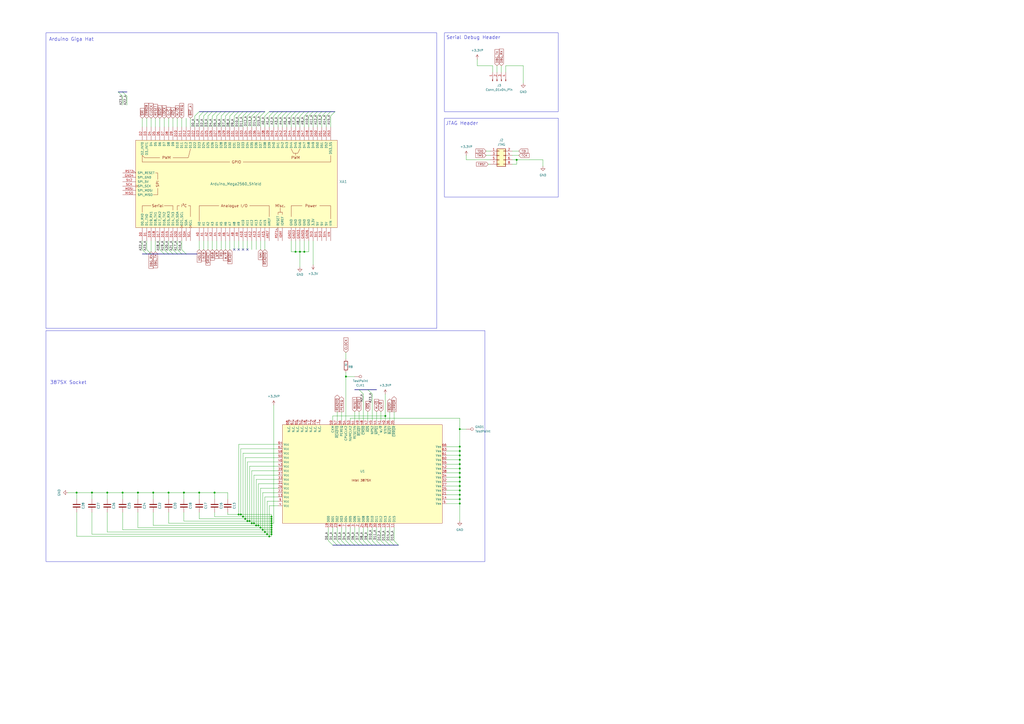
<source format=kicad_sch>
(kicad_sch (version 20250114) (generator "eeschema") (generator_version "9.0")
  (paper "A2")
  (title_block (title "Arduino80386EX + 387SX") (date "2023-01-18") (rev "2"))
  (rectangle (start 26.67 19.05) (end 253.365 190.5))
  (rectangle (start 257.81 68.58) (end 323.85 114.3))
  (rectangle (start 26.67 191.77) (end 281.305 325.755))
  (rectangle (start 257.81 19.05) (end 323.85 64.77))
  (text "JTAG Header" (at 267.97 71.628 0) (effects (font (size 2 2))))
  (text "Serial Debug Header" (at 274.574 21.844 0) (effects (font (size 2 2))))
  (text "387SX Socket" (at 39.624 221.996 0) (effects (font (size 2 2))))
  (text "Arduino Giga Hat" (at 41.402 22.86 0) (effects (font (size 2 2))))
  (junction (at 266.7 274.32))
  (junction (at 146.05 303.53))
  (junction (at 157.48 307.34))
  (junction (at 148.59 304.8))
  (junction (at 266.7 281.94))
  (junction (at 142.24 300.99))
  (junction (at 106.68 285.75))
  (junction (at 266.7 248.92))
  (junction (at 266.7 271.78))
  (junction (at 266.7 266.7))
  (junction (at 152.4 307.34))
  (junction (at 71.12 285.75))
  (junction (at 266.7 259.08))
  (junction (at 266.7 287.02))
  (junction (at 140.97 299.72))
  (junction (at 266.7 279.4))
  (junction (at 266.7 289.56))
  (junction (at 80.01 285.75))
  (junction (at 173.99 146.05))
  (junction (at 53.34 285.75))
  (junction (at 157.48 302.26))
  (junction (at 154.94 309.88))
  (junction (at 157.48 299.72))
  (junction (at 266.7 261.62))
  (junction (at 156.21 311.15))
  (junction (at 62.23 285.75))
  (junction (at 171.45 146.05))
  (junction (at 266.7 269.24))
  (junction (at 176.53 146.05))
  (junction (at 299.72 92.71))
  (junction (at 151.13 306.07))
  (junction (at 97.79 285.75))
  (junction (at 44.45 285.75))
  (junction (at 157.48 306.07))
  (junction (at 147.32 303.53))
  (junction (at 223.52 241.3))
  (junction (at 200.66 218.44))
  (junction (at 139.7 298.45))
  (junction (at 143.51 302.26))
  (junction (at 157.48 303.53))
  (junction (at 157.48 308.61))
  (junction (at 266.7 264.16))
  (junction (at 266.7 284.48))
  (junction (at 149.86 304.8))
  (junction (at 266.7 276.86))
  (junction (at 157.48 309.88))
  (junction (at 157.48 304.8))
  (junction (at 153.67 308.61))
  (junction (at 124.46 285.75))
  (junction (at 88.9 285.75))
  (junction (at 144.78 302.26))
  (junction (at 157.48 300.99))
  (junction (at 138.43 298.45))
  (junction (at 266.7 292.1))
  (junction (at 115.57 285.75))
  (no_connect (at 143.51 144.78))
  (no_connect (at 140.97 144.78))
  (no_connect (at 135.89 144.78))
  (no_connect (at 138.43 144.78))
  (bus_entry (at 218.44 313.69) (size 2.54 2.54))
  (bus_entry (at 208.28 226.06) (size 2.54 2.54))
  (bus_entry (at 85.09 144.78) (size 2.54 2.54))
  (bus_entry (at 135.89 64.77) (size -2.54 2.54))
  (bus_entry (at 189.23 67.31) (size 2.54 -2.54))
  (bus_entry (at 215.9 316.23) (size -2.54 -2.54))
  (bus_entry (at 220.98 313.69) (size 2.54 2.54))
  (bus_entry (at 133.35 64.77) (size -2.54 2.54))
  (bus_entry (at 100.33 144.78) (size 2.54 2.54))
  (bus_entry (at 215.9 228.6) (size -2.54 -2.54))
  (bus_entry (at 226.06 313.69) (size 2.54 2.54))
  (bus_entry (at 231.14 316.23) (size -2.54 -2.54))
  (bus_entry (at 143.51 64.77) (size -2.54 2.54))
  (bus_entry (at 184.15 67.31) (size 2.54 -2.54))
  (bus_entry (at 181.61 67.31) (size 2.54 -2.54))
  (bus_entry (at 166.37 67.31) (size 2.54 -2.54))
  (bus_entry (at 153.67 64.77) (size -2.54 2.54))
  (bus_entry (at 168.91 67.31) (size 2.54 -2.54))
  (bus_entry (at 148.59 64.77) (size -2.54 2.54))
  (bus_entry (at 146.05 64.77) (size -2.54 2.54))
  (bus_entry (at 92.71 144.78) (size 2.54 2.54))
  (bus_entry (at 210.82 316.23) (size -2.54 -2.54))
  (bus_entry (at 102.87 144.78) (size 2.54 2.54))
  (bus_entry (at 213.36 316.23) (size -2.54 -2.54))
  (bus_entry (at 208.28 316.23) (size -2.54 -2.54))
  (bus_entry (at 105.41 144.78) (size 2.54 2.54))
  (bus_entry (at 128.27 64.77) (size -2.54 2.54))
  (bus_entry (at 179.07 67.31) (size 2.54 -2.54))
  (bus_entry (at 97.79 144.78) (size 2.54 2.54))
  (bus_entry (at 130.81 64.77) (size -2.54 2.54))
  (bus_entry (at 82.55 144.78) (size 2.54 2.54))
  (bus_entry (at 200.66 316.23) (size -2.54 -2.54))
  (bus_entry (at 120.65 67.31) (size 2.54 -2.54))
  (bus_entry (at 151.13 64.77) (size -2.54 2.54))
  (bus_entry (at 191.77 67.31) (size 2.54 -2.54))
  (bus_entry (at 193.04 316.23) (size -2.54 -2.54))
  (bus_entry (at 163.83 64.77) (size -2.54 2.54))
  (bus_entry (at 226.06 316.23) (size -2.54 -2.54))
  (bus_entry (at 166.37 64.77) (size -2.54 2.54))
  (bus_entry (at 205.74 316.23) (size -2.54 -2.54))
  (bus_entry (at 176.53 67.31) (size 2.54 -2.54))
  (bus_entry (at 73.66 55.88) (size -2.54 -2.54))
  (bus_entry (at 95.25 144.78) (size 2.54 2.54))
  (bus_entry (at 71.12 55.88) (size -2.54 -2.54))
  (bus_entry (at 198.12 316.23) (size -2.54 -2.54))
  (bus_entry (at 186.69 67.31) (size 2.54 -2.54))
  (bus_entry (at 156.21 64.77) (size -2.54 2.54))
  (bus_entry (at 173.99 67.31) (size 2.54 -2.54))
  (bus_entry (at 125.73 64.77) (size -2.54 2.54))
  (bus_entry (at 115.57 67.31) (size 2.54 -2.54))
  (bus_entry (at 140.97 64.77) (size -2.54 2.54))
  (bus_entry (at 138.43 64.77) (size -2.54 2.54))
  (bus_entry (at 161.29 64.77) (size -2.54 2.54))
  (bus_entry (at 218.44 316.23) (size -2.54 -2.54))
  (bus_entry (at 195.58 316.23) (size -2.54 -2.54))
  (bus_entry (at 115.57 64.77) (size -2.54 2.54))
  (bus_entry (at 171.45 67.31) (size 2.54 -2.54))
  (bus_entry (at 158.75 64.77) (size -2.54 2.54))
  (bus_entry (at 203.2 316.23) (size -2.54 -2.54))
  (bus_entry (at 118.11 67.31) (size 2.54 -2.54))
  (wire (pts (xy 203.2 306.07) (xy 203.2 313.69)))
  (wire (pts (xy 205.74 306.07) (xy 205.74 313.69)))
  (wire (pts (xy 297.18 87.63) (xy 300.99 87.63)))
  (bus (pts (xy 213.36 226.06) (xy 218.44 226.06)))
  (wire (pts (xy 102.87 68.58) (xy 102.87 73.66)))
  (wire (pts (xy 44.45 297.18) (xy 44.45 311.15)))
  (bus (pts (xy 226.06 316.23) (xy 228.6 316.23)))
  (wire (pts (xy 161.29 293.37) (xy 156.21 293.37)))
  (wire (pts (xy 156.21 67.31) (xy 156.21 73.66)))
  (wire (pts (xy 156.21 311.15) (xy 157.48 311.15)))
  (wire (pts (xy 157.48 311.15) (xy 157.48 309.88)))
  (wire (pts (xy 259.08 281.94) (xy 266.7 281.94)))
  (wire (pts (xy 179.07 67.31) (xy 179.07 73.66)))
  (bus (pts (xy 102.87 147.32) (xy 105.41 147.32)))
  (wire (pts (xy 303.53 38.1) (xy 303.53 48.26)))
  (wire (pts (xy 259.08 264.16) (xy 266.7 264.16)))
  (bus (pts (xy 228.6 316.23) (xy 231.14 316.23)))
  (wire (pts (xy 205.74 218.44) (xy 200.66 218.44)))
  (wire (pts (xy 163.83 67.31) (xy 163.83 73.66)))
  (wire (pts (xy 135.89 67.31) (xy 135.89 73.66)))
  (wire (pts (xy 213.36 238.76) (xy 213.36 243.84)))
  (wire (pts (xy 135.89 139.7) (xy 135.89 144.78)))
  (wire (pts (xy 125.73 139.7) (xy 125.73 144.78)))
  (bus (pts (xy 203.2 316.23) (xy 205.74 316.23)))
  (wire (pts (xy 87.63 139.7) (xy 87.63 146.05)))
  (wire (pts (xy 293.37 38.1) (xy 303.53 38.1)))
  (wire (pts (xy 139.7 298.45) (xy 157.48 298.45)))
  (wire (pts (xy 161.29 270.51) (xy 144.78 270.51)))
  (wire (pts (xy 270.51 92.71) (xy 284.48 92.71)))
  (wire (pts (xy 132.08 285.75) (xy 132.08 289.56)))
  (wire (pts (xy 157.48 308.61) (xy 157.48 307.34)))
  (wire (pts (xy 223.52 228.6) (xy 223.52 241.3)))
  (bus (pts (xy 146.05 64.77) (xy 143.51 64.77)))
  (bus (pts (xy 140.97 64.77) (xy 138.43 64.77)))
  (wire (pts (xy 118.11 67.31) (xy 118.11 73.66)))
  (wire (pts (xy 193.04 241.3) (xy 223.52 241.3)))
  (wire (pts (xy 140.97 139.7) (xy 140.97 144.78)))
  (bus (pts (xy 105.41 147.32) (xy 107.95 147.32)))
  (bus (pts (xy 226.06 316.23) (xy 223.52 316.23)))
  (wire (pts (xy 85.09 144.78) (xy 85.09 139.7)))
  (bus (pts (xy 163.83 64.77) (xy 161.29 64.77)))
  (wire (pts (xy 281.94 90.17) (xy 284.48 90.17)))
  (wire (pts (xy 266.7 261.62) (xy 266.7 264.16)))
  (wire (pts (xy 266.7 284.48) (xy 266.7 287.02)))
  (wire (pts (xy 149.86 280.67) (xy 149.86 304.8)))
  (wire (pts (xy 266.7 292.1) (xy 266.7 302.26)))
  (wire (pts (xy 71.12 285.75) (xy 62.23 285.75)))
  (wire (pts (xy 133.35 67.31) (xy 133.35 73.66)))
  (wire (pts (xy 157.48 309.88) (xy 157.48 308.61)))
  (wire (pts (xy 168.91 146.05) (xy 171.45 146.05)))
  (bus (pts (xy 148.59 64.77) (xy 146.05 64.77)))
  (bus (pts (xy 133.35 64.77) (xy 130.81 64.77)))
  (wire (pts (xy 297.18 92.71) (xy 299.72 92.71)))
  (wire (pts (xy 168.91 139.7) (xy 168.91 146.05)))
  (wire (pts (xy 297.18 95.25) (xy 299.72 95.25)))
  (wire (pts (xy 92.71 68.58) (xy 92.71 73.66)))
  (wire (pts (xy 62.23 297.18) (xy 62.23 308.61)))
  (wire (pts (xy 148.59 67.31) (xy 148.59 73.66)))
  (wire (pts (xy 106.68 302.26) (xy 143.51 302.26)))
  (bus (pts (xy 195.58 316.23) (xy 198.12 316.23)))
  (wire (pts (xy 195.58 306.07) (xy 195.58 313.69)))
  (wire (pts (xy 215.9 306.07) (xy 215.9 313.69)))
  (bus (pts (xy 87.63 147.32) (xy 95.25 147.32)))
  (wire (pts (xy 259.08 259.08) (xy 266.7 259.08)))
  (wire (pts (xy 259.08 276.86) (xy 266.7 276.86)))
  (wire (pts (xy 259.08 284.48) (xy 266.7 284.48)))
  (wire (pts (xy 88.9 297.18) (xy 88.9 304.8)))
  (bus (pts (xy 191.77 64.77) (xy 189.23 64.77)))
  (wire (pts (xy 115.57 285.75) (xy 106.68 285.75)))
  (wire (pts (xy 213.36 306.07) (xy 213.36 313.69)))
  (wire (pts (xy 95.25 68.58) (xy 95.25 73.66)))
  (wire (pts (xy 191.77 67.31) (xy 191.77 73.66)))
  (wire (pts (xy 259.08 292.1) (xy 266.7 292.1)))
  (wire (pts (xy 190.5 306.07) (xy 190.5 313.69)))
  (wire (pts (xy 140.97 299.72) (xy 157.48 299.72)))
  (wire (pts (xy 171.45 146.05) (xy 173.99 146.05)))
  (wire (pts (xy 266.7 279.4) (xy 266.7 281.94)))
  (wire (pts (xy 176.53 67.31) (xy 176.53 73.66)))
  (wire (pts (xy 161.29 267.97) (xy 143.51 267.97)))
  (wire (pts (xy 138.43 257.81) (xy 138.43 298.45)))
  (wire (pts (xy 208.28 238.76) (xy 208.28 243.84)))
  (wire (pts (xy 140.97 67.31) (xy 140.97 73.66)))
  (wire (pts (xy 53.34 285.75) (xy 44.45 285.75)))
  (wire (pts (xy 73.66 55.88) (xy 73.66 60.96)))
  (bus (pts (xy 161.29 64.77) (xy 158.75 64.77)))
  (wire (pts (xy 97.79 144.78) (xy 97.79 139.7)))
  (bus (pts (xy 213.36 316.23) (xy 215.9 316.23)))
  (bus (pts (xy 200.66 316.23) (xy 203.2 316.23)))
  (wire (pts (xy 88.9 285.75) (xy 88.9 289.56)))
  (wire (pts (xy 154.94 290.83) (xy 154.94 309.88)))
  (wire (pts (xy 107.95 68.58) (xy 107.95 73.66)))
  (wire (pts (xy 90.17 68.58) (xy 90.17 73.66)))
  (wire (pts (xy 100.33 68.58) (xy 100.33 73.66)))
  (wire (pts (xy 139.7 260.35) (xy 139.7 298.45)))
  (wire (pts (xy 171.45 139.7) (xy 171.45 146.05)))
  (wire (pts (xy 105.41 144.78) (xy 105.41 139.7)))
  (wire (pts (xy 176.53 139.7) (xy 176.53 146.05)))
  (wire (pts (xy 82.55 68.58) (xy 82.55 73.66)))
  (wire (pts (xy 100.33 144.78) (xy 100.33 139.7)))
  (wire (pts (xy 44.45 285.75) (xy 39.37 285.75)))
  (bus (pts (xy 120.65 64.77) (xy 118.11 64.77)))
  (wire (pts (xy 118.11 139.7) (xy 118.11 144.78)))
  (bus (pts (xy 173.99 64.77) (xy 171.45 64.77)))
  (wire (pts (xy 132.08 298.45) (xy 138.43 298.45)))
  (bus (pts (xy 176.53 64.77) (xy 173.99 64.77)))
  (wire (pts (xy 151.13 139.7) (xy 151.13 144.78)))
  (wire (pts (xy 259.08 269.24) (xy 266.7 269.24)))
  (wire (pts (xy 193.04 241.3) (xy 193.04 243.84)))
  (wire (pts (xy 157.48 303.53) (xy 157.48 304.8)))
  (wire (pts (xy 266.7 271.78) (xy 266.7 274.32)))
  (wire (pts (xy 143.51 267.97) (xy 143.51 302.26)))
  (wire (pts (xy 151.13 283.21) (xy 151.13 306.07)))
  (wire (pts (xy 215.9 228.6) (xy 215.9 243.84)))
  (bus (pts (xy 179.07 64.77) (xy 176.53 64.77)))
  (wire (pts (xy 53.34 297.18) (xy 53.34 309.88)))
  (wire (pts (xy 97.79 285.75) (xy 97.79 289.56)))
  (wire (pts (xy 161.29 260.35) (xy 139.7 260.35)))
  (bus (pts (xy 130.81 64.77) (xy 128.27 64.77)))
  (bus (pts (xy 193.04 316.23) (xy 195.58 316.23)))
  (wire (pts (xy 102.87 144.78) (xy 102.87 139.7)))
  (wire (pts (xy 44.45 311.15) (xy 156.21 311.15)))
  (wire (pts (xy 259.08 279.4) (xy 266.7 279.4)))
  (wire (pts (xy 223.52 306.07) (xy 223.52 313.69)))
  (wire (pts (xy 218.44 238.76) (xy 218.44 243.84)))
  (bus (pts (xy 95.25 147.32) (xy 97.79 147.32)))
  (bus (pts (xy 171.45 64.77) (xy 168.91 64.77)))
  (wire (pts (xy 138.43 67.31) (xy 138.43 73.66)))
  (wire (pts (xy 200.66 306.07) (xy 200.66 313.69)))
  (wire (pts (xy 128.27 139.7) (xy 128.27 144.78)))
  (wire (pts (xy 80.01 297.18) (xy 80.01 306.07)))
  (wire (pts (xy 62.23 285.75) (xy 53.34 285.75)))
  (wire (pts (xy 161.29 280.67) (xy 149.86 280.67)))
  (wire (pts (xy 259.08 274.32) (xy 266.7 274.32)))
  (wire (pts (xy 90.17 139.7) (xy 90.17 146.05)))
  (wire (pts (xy 161.29 273.05) (xy 146.05 273.05)))
  (wire (pts (xy 110.49 68.58) (xy 110.49 73.66)))
  (wire (pts (xy 266.7 276.86) (xy 266.7 279.4)))
  (bus (pts (xy 151.13 64.77) (xy 148.59 64.77)))
  (wire (pts (xy 266.7 287.02) (xy 266.7 289.56)))
  (wire (pts (xy 203.2 242.57) (xy 203.2 243.84)))
  (wire (pts (xy 132.08 297.18) (xy 132.08 298.45)))
  (wire (pts (xy 171.45 67.31) (xy 171.45 73.66)))
  (wire (pts (xy 157.48 307.34) (xy 157.48 306.07)))
  (wire (pts (xy 146.05 303.53) (xy 147.32 303.53)))
  (wire (pts (xy 200.66 218.44) (xy 200.66 215.9)))
  (wire (pts (xy 161.29 283.21) (xy 151.13 283.21)))
  (wire (pts (xy 283.21 95.25) (xy 284.48 95.25)))
  (wire (pts (xy 146.05 67.31) (xy 146.05 73.66)))
  (bus (pts (xy 153.67 64.77) (xy 151.13 64.77)))
  (wire (pts (xy 220.98 306.07) (xy 220.98 313.69)))
  (wire (pts (xy 97.79 303.53) (xy 146.05 303.53)))
  (wire (pts (xy 266.7 266.7) (xy 266.7 269.24)))
  (wire (pts (xy 153.67 288.29) (xy 153.67 308.61)))
  (wire (pts (xy 157.48 302.26) (xy 157.48 303.53)))
  (wire (pts (xy 297.18 90.17) (xy 300.99 90.17)))
  (wire (pts (xy 266.7 289.56) (xy 266.7 292.1)))
  (bus (pts (xy 208.28 226.06) (xy 213.36 226.06)))
  (wire (pts (xy 80.01 285.75) (xy 88.9 285.75)))
  (wire (pts (xy 314.96 92.71) (xy 314.96 96.52)))
  (bus (pts (xy 218.44 316.23) (xy 220.98 316.23)))
  (wire (pts (xy 71.12 297.18) (xy 71.12 307.34)))
  (wire (pts (xy 125.73 67.31) (xy 125.73 73.66)))
  (wire (pts (xy 218.44 306.07) (xy 218.44 313.69)))
  (wire (pts (xy 266.7 264.16) (xy 266.7 266.7)))
  (wire (pts (xy 266.7 274.32) (xy 266.7 276.86)))
  (wire (pts (xy 157.48 304.8) (xy 157.48 306.07)))
  (wire (pts (xy 158.75 67.31) (xy 158.75 73.66)))
  (wire (pts (xy 156.21 293.37) (xy 156.21 311.15)))
  (bus (pts (xy 194.31 64.77) (xy 191.77 64.77)))
  (wire (pts (xy 189.23 67.31) (xy 189.23 73.66)))
  (bus (pts (xy 97.79 147.32) (xy 100.33 147.32)))
  (wire (pts (xy 181.61 67.31) (xy 181.61 73.66)))
  (wire (pts (xy 299.72 95.25) (xy 299.72 92.71)))
  (wire (pts (xy 200.66 208.28) (xy 200.66 204.47)))
  (wire (pts (xy 130.81 139.7) (xy 130.81 144.78)))
  (wire (pts (xy 259.08 287.02) (xy 266.7 287.02)))
  (wire (pts (xy 266.7 281.94) (xy 266.7 284.48)))
  (wire (pts (xy 210.82 306.07) (xy 210.82 313.69)))
  (wire (pts (xy 53.34 285.75) (xy 53.34 289.56)))
  (wire (pts (xy 97.79 285.75) (xy 106.68 285.75)))
  (wire (pts (xy 115.57 300.99) (xy 142.24 300.99)))
  (wire (pts (xy 130.81 67.31) (xy 130.81 73.66)))
  (wire (pts (xy 80.01 306.07) (xy 151.13 306.07)))
  (wire (pts (xy 124.46 297.18) (xy 124.46 299.72)))
  (wire (pts (xy 154.94 309.88) (xy 157.48 309.88)))
  (wire (pts (xy 80.01 285.75) (xy 80.01 289.56)))
  (wire (pts (xy 153.67 139.7) (xy 153.67 144.78)))
  (wire (pts (xy 151.13 306.07) (xy 157.48 306.07)))
  (wire (pts (xy 113.03 67.31) (xy 113.03 73.66)))
  (wire (pts (xy 161.29 275.59) (xy 147.32 275.59)))
  (wire (pts (xy 71.12 55.88) (xy 71.12 60.96)))
  (wire (pts (xy 115.57 285.75) (xy 115.57 289.56)))
  (wire (pts (xy 71.12 307.34) (xy 152.4 307.34)))
  (wire (pts (xy 88.9 285.75) (xy 97.79 285.75)))
  (wire (pts (xy 144.78 302.26) (xy 157.48 302.26)))
  (wire (pts (xy 285.75 38.1) (xy 285.75 41.91)))
  (wire (pts (xy 148.59 139.7) (xy 148.59 144.78)))
  (bus (pts (xy 181.61 64.77) (xy 179.07 64.77)))
  (wire (pts (xy 200.66 218.44) (xy 200.66 243.84)))
  (wire (pts (xy 184.15 67.31) (xy 184.15 73.66)))
  (bus (pts (xy 135.89 64.77) (xy 133.35 64.77)))
  (wire (pts (xy 105.41 68.58) (xy 105.41 73.66)))
  (wire (pts (xy 281.94 87.63) (xy 284.48 87.63)))
  (wire (pts (xy 87.63 68.58) (xy 87.63 73.66)))
  (wire (pts (xy 161.29 265.43) (xy 142.24 265.43)))
  (bus (pts (xy 184.15 64.77) (xy 181.61 64.77)))
  (bus (pts (xy 205.74 316.23) (xy 208.28 316.23)))
  (bus (pts (xy 210.82 316.23) (xy 213.36 316.23)))
  (wire (pts (xy 228.6 306.07) (xy 228.6 313.69)))
  (wire (pts (xy 82.55 144.78) (xy 82.55 139.7)))
  (wire (pts (xy 124.46 285.75) (xy 115.57 285.75)))
  (wire (pts (xy 88.9 304.8) (xy 148.59 304.8)))
  (wire (pts (xy 210.82 228.6) (xy 210.82 243.84)))
  (wire (pts (xy 142.24 265.43) (xy 142.24 300.99)))
  (wire (pts (xy 120.65 139.7) (xy 120.65 144.78)))
  (wire (pts (xy 220.98 238.76) (xy 220.98 243.84)))
  (wire (pts (xy 149.86 304.8) (xy 157.48 304.8)))
  (wire (pts (xy 153.67 67.31) (xy 153.67 73.66)))
  (wire (pts (xy 290.83 38.1) (xy 290.83 41.91)))
  (wire (pts (xy 198.12 306.07) (xy 198.12 313.69)))
  (bus (pts (xy 71.12 53.34) (xy 73.66 53.34)))
  (wire (pts (xy 228.6 238.76) (xy 228.6 243.84)))
  (wire (pts (xy 166.37 67.31) (xy 166.37 73.66)))
  (bus (pts (xy 186.69 64.77) (xy 184.15 64.77)))
  (wire (pts (xy 161.29 278.13) (xy 148.59 278.13)))
  (wire (pts (xy 124.46 299.72) (xy 140.97 299.72)))
  (wire (pts (xy 173.99 67.31) (xy 173.99 73.66)))
  (bus (pts (xy 223.52 316.23) (xy 220.98 316.23)))
  (wire (pts (xy 123.19 67.31) (xy 123.19 73.66)))
  (bus (pts (xy 107.95 147.32) (xy 114.3 147.32)))
  (wire (pts (xy 161.29 262.89) (xy 140.97 262.89)))
  (wire (pts (xy 115.57 297.18) (xy 115.57 300.99)))
  (wire (pts (xy 97.79 73.66) (xy 97.79 68.58)))
  (wire (pts (xy 161.29 257.81) (xy 138.43 257.81)))
  (wire (pts (xy 115.57 67.31) (xy 115.57 73.66)))
  (bus (pts (xy 215.9 316.23) (xy 218.44 316.23)))
  (wire (pts (xy 266.7 248.92) (xy 270.51 248.92)))
  (wire (pts (xy 266.7 248.92) (xy 266.7 259.08)))
  (wire (pts (xy 276.86 34.29) (xy 276.86 38.1)))
  (wire (pts (xy 148.59 278.13) (xy 148.59 304.8)))
  (bus (pts (xy 123.19 64.77) (xy 120.65 64.77)))
  (wire (pts (xy 138.43 298.45) (xy 139.7 298.45)))
  (bus (pts (xy 100.33 147.32) (xy 102.87 147.32)))
  (wire (pts (xy 71.12 285.75) (xy 71.12 289.56)))
  (bus (pts (xy 166.37 64.77) (xy 163.83 64.77)))
  (wire (pts (xy 226.06 238.76) (xy 226.06 243.84)))
  (wire (pts (xy 146.05 273.05) (xy 146.05 303.53)))
  (wire (pts (xy 161.29 288.29) (xy 153.67 288.29)))
  (wire (pts (xy 181.61 139.7) (xy 181.61 153.67)))
  (wire (pts (xy 195.58 238.76) (xy 195.58 243.84)))
  (wire (pts (xy 168.91 67.31) (xy 168.91 73.66)))
  (wire (pts (xy 173.99 146.05) (xy 173.99 154.94)))
  (wire (pts (xy 259.08 266.7) (xy 266.7 266.7)))
  (wire (pts (xy 148.59 304.8) (xy 149.86 304.8)))
  (bus (pts (xy 82.55 147.32) (xy 85.09 147.32)))
  (wire (pts (xy 203.2 242.57) (xy 266.7 242.57)))
  (bus (pts (xy 138.43 64.77) (xy 135.89 64.77)))
  (wire (pts (xy 293.37 41.91) (xy 293.37 38.1)))
  (wire (pts (xy 140.97 262.89) (xy 140.97 299.72)))
  (wire (pts (xy 266.7 269.24) (xy 266.7 271.78)))
  (bus (pts (xy 158.75 64.77) (xy 156.21 64.77)))
  (wire (pts (xy 115.57 139.7) (xy 115.57 144.78)))
  (wire (pts (xy 152.4 285.75) (xy 152.4 307.34)))
  (wire (pts (xy 44.45 285.75) (xy 44.45 289.56)))
  (wire (pts (xy 123.19 139.7) (xy 123.19 144.78)))
  (wire (pts (xy 124.46 285.75) (xy 124.46 289.56)))
  (wire (pts (xy 259.08 271.78) (xy 266.7 271.78)))
  (bus (pts (xy 125.73 64.77) (xy 123.19 64.77)))
  (wire (pts (xy 146.05 139.7) (xy 146.05 144.78)))
  (wire (pts (xy 270.51 90.17) (xy 270.51 92.71)))
  (wire (pts (xy 158.75 303.53) (xy 157.48 303.53)))
  (wire (pts (xy 95.25 144.78) (xy 95.25 139.7)))
  (wire (pts (xy 143.51 139.7) (xy 143.51 144.78)))
  (wire (pts (xy 53.34 309.88) (xy 154.94 309.88)))
  (bus (pts (xy 168.91 64.77) (xy 166.37 64.77)))
  (wire (pts (xy 147.32 303.53) (xy 157.48 303.53)))
  (wire (pts (xy 128.27 67.31) (xy 128.27 73.66)))
  (wire (pts (xy 198.12 238.76) (xy 198.12 243.84)))
  (bus (pts (xy 118.11 64.77) (xy 115.57 64.77)))
  (wire (pts (xy 153.67 308.61) (xy 157.48 308.61)))
  (wire (pts (xy 173.99 139.7) (xy 173.99 146.05)))
  (wire (pts (xy 120.65 67.31) (xy 120.65 73.66)))
  (wire (pts (xy 147.32 275.59) (xy 147.32 303.53)))
  (wire (pts (xy 62.23 308.61) (xy 153.67 308.61)))
  (wire (pts (xy 142.24 300.99) (xy 157.48 300.99)))
  (wire (pts (xy 157.48 300.99) (xy 157.48 302.26)))
  (wire (pts (xy 259.08 261.62) (xy 266.7 261.62)))
  (wire (pts (xy 161.29 285.75) (xy 152.4 285.75)))
  (wire (pts (xy 133.35 139.7) (xy 133.35 144.78)))
  (wire (pts (xy 92.71 144.78) (xy 92.71 139.7)))
  (wire (pts (xy 205.74 238.76) (xy 205.74 243.84)))
  (wire (pts (xy 299.72 92.71) (xy 314.96 92.71)))
  (bus (pts (xy 85.09 147.32) (xy 87.63 147.32)))
  (wire (pts (xy 161.29 67.31) (xy 161.29 73.66)))
  (bus (pts (xy 198.12 316.23) (xy 200.66 316.23)))
  (wire (pts (xy 144.78 270.51) (xy 144.78 302.26)))
  (wire (pts (xy 223.52 241.3) (xy 223.52 243.84)))
  (wire (pts (xy 124.46 285.75) (xy 132.08 285.75)))
  (wire (pts (xy 106.68 297.18) (xy 106.68 302.26)))
  (wire (pts (xy 193.04 306.07) (xy 193.04 313.69)))
  (bus (pts (xy 189.23 64.77) (xy 186.69 64.77)))
  (bus (pts (xy 128.27 64.77) (xy 125.73 64.77)))
  (wire (pts (xy 85.09 68.58) (xy 85.09 73.66)))
  (wire (pts (xy 62.23 285.75) (xy 62.23 289.56)))
  (wire (pts (xy 152.4 307.34) (xy 157.48 307.34)))
  (wire (pts (xy 157.48 299.72) (xy 157.48 300.99)))
  (bus (pts (xy 143.51 64.77) (xy 140.97 64.77)))
  (wire (pts (xy 138.43 139.7) (xy 138.43 144.78)))
  (wire (pts (xy 176.53 146.05) (xy 179.07 146.05)))
  (wire (pts (xy 226.06 306.07) (xy 226.06 313.69)))
  (wire (pts (xy 143.51 302.26) (xy 144.78 302.26)))
  (wire (pts (xy 106.68 285.75) (xy 106.68 289.56)))
  (wire (pts (xy 173.99 146.05) (xy 176.53 146.05)))
  (wire (pts (xy 266.7 259.08) (xy 266.7 261.62)))
  (wire (pts (xy 259.08 289.56) (xy 266.7 289.56)))
  (bus (pts (xy 68.58 53.34) (xy 71.12 53.34)))
  (wire (pts (xy 151.13 67.31) (xy 151.13 73.66)))
  (wire (pts (xy 157.48 298.45) (xy 157.48 299.72)))
  (wire (pts (xy 186.69 67.31) (xy 186.69 73.66)))
  (wire (pts (xy 288.29 38.1) (xy 288.29 41.91)))
  (bus (pts (xy 208.28 316.23) (xy 210.82 316.23)))
  (wire (pts (xy 97.79 297.18) (xy 97.79 303.53)))
  (wire (pts (xy 208.28 306.07) (xy 208.28 313.69)))
  (wire (pts (xy 143.51 67.31) (xy 143.51 73.66)))
  (wire (pts (xy 179.07 139.7) (xy 179.07 146.05)))
  (wire (pts (xy 266.7 242.57) (xy 266.7 248.92)))
  (wire (pts (xy 161.29 290.83) (xy 154.94 290.83)))
  (wire (pts (xy 276.86 38.1) (xy 285.75 38.1)))
  (wire (pts (xy 80.01 285.75) (xy 71.12 285.75)))
  (bus (pts (xy 205.74 226.06) (xy 208.28 226.06)))
  (wire (pts (xy 158.75 234.95) (xy 158.75 303.53)))
  (label "A15_A" (at 191.77 72.39 90))
  (label "D9_A" (at 135.89 73.66 90))
  (label "D6_A" (at 128.27 73.66 90))
  (label "D8_A" (at 210.82 308.61 270))
  (label "D10_A" (at 215.9 307.34 270))
  (label "A21_A" (at 100.33 139.7 270))
  (label "A13_A" (at 186.69 72.39 90))
  (label "A5_A" (at 166.37 72.39 90))
  (label "D15_A" (at 151.13 67.31 270))
  (label "D5_A" (at 125.73 73.66 90))
  (label "A19_A" (at 95.25 139.7 270))
  (label "A23_A" (at 71.12 60.96 90))
  (label "A2_A" (at 210.82 228.6 270))
  (label "A18_A" (at 92.71 139.7 270))
  (label "D14_A" (at 226.06 313.69 90))
  (label "A20_A" (at 97.79 139.7 270))
  (label "A1_A" (at 156.21 72.39 90))
  (label "D1_A" (at 115.57 73.66 90))
  (label "A8_A" (at 173.99 72.39 90))
  (label "D4_A" (at 200.66 308.61 270))
  (label "A10_A" (at 179.07 72.39 90))
  (label "A2_A" (at 158.75 72.39 90))
  (label "D3_A" (at 198.12 308.61 270))
  (label "D4_A" (at 123.19 73.66 90))
  (label "D2_A" (at 118.11 73.66 90))
  (label "A23_A" (at 85.09 139.7 270))
  (label "D7_A" (at 208.28 308.61 270))
  (label "A16_A" (at 105.41 139.7 270))
  (label "D10_A" (at 138.43 73.66 90))
  (label "A22_A" (at 73.66 60.96 90))
  (label "D0_A" (at 113.03 73.66 90))
  (label "A17_A" (at 102.87 139.7 270))
  (label "D2_A" (at 195.58 308.61 270))
  (label "D6_A" (at 205.74 308.61 270))
  (label "D15_A" (at 228.6 313.69 90))
  (label "D7_A" (at 130.81 73.66 90))
  (label "D13_A" (at 223.52 313.69 90))
  (label "D14_A" (at 148.59 67.31 270))
  (label "A12_A" (at 184.15 72.39 90))
  (label "D9_A" (at 213.36 308.61 270))
  (label "D11_A" (at 140.97 73.66 90))
  (label "A14_A" (at 189.23 72.39 90))
  (label "D1_A" (at 193.04 308.61 270))
  (label "D11_A" (at 218.44 307.34 270))
  (label "A9_A" (at 176.53 72.39 90))
  (label "A3_A" (at 161.29 72.39 90))
  (label "D0_A" (at 190.5 308.61 270))
  (label "A23_A" (at 215.9 233.68 90))
  (label "D5_A" (at 203.2 308.61 270))
  (label "D8_A" (at 133.35 73.66 90))
  (label "A7_A" (at 171.45 72.39 90))
  (label "A0_A" (at 153.67 72.39 90))
  (label "D3_A" (at 120.65 73.66 90))
  (label "D12_A" (at 143.51 67.31 270))
  (label "A4_A" (at 163.83 72.39 90))
  (label "A6_A" (at 168.91 72.39 90))
  (label "D13_A" (at 146.05 67.31 270))
  (label "D12_A" (at 220.98 313.69 90))
  (label "A11_A" (at 181.61 72.39 90))
  (label "A22_A" (at 82.55 139.7 270))
  (global_label "TDO" (shape input) (at 281.94 87.63 180) (property "Intersheetrefs" "${INTERSHEET_REFS}" (effects (hide yes))))
  (global_label "RD" (shape input) (at 128.27 144.78 270) (property "Intersheetrefs" "${INTERSHEET_REFS}" (effects (hide yes))))
  (global_label "M{slash}~{IO}" (shape input) (at 218.44 238.76 90) (property "Intersheetrefs" "${INTERSHEET_REFS}" (effects (hide yes))))
  (global_label "PEREQ" (shape input) (at 105.41 68.58 90) (property "Intersheetrefs" "${INTERSHEET_REFS}" (effects (hide yes))))
  (global_label "DBG_RX" (shape input) (at 87.63 146.05 270) (property "Intersheetrefs" "${INTERSHEET_REFS}" (effects (hide yes))))
  (global_label "~{READY}" (shape input) (at 133.35 144.78 270) (property "Intersheetrefs" "${INTERSHEET_REFS}" (effects (hide yes))))
  (global_label "CLOCK" (shape input) (at 87.63 68.58 90) (property "Intersheetrefs" "${INTERSHEET_REFS}" (effects (hide yes))))
  (global_label "~{BUSY}" (shape input) (at 92.71 68.58 90) (property "Intersheetrefs" "${INTERSHEET_REFS}" (effects (hide yes))))
  (global_label "~{ADS}" (shape input) (at 213.36 238.76 90) (property "Intersheetrefs" "${INTERSHEET_REFS}" (effects (hide yes))))
  (global_label "TCK" (shape input) (at 300.99 90.17 0) (property "Intersheetrefs" "${INTERSHEET_REFS}" (effects (hide yes))))
  (global_label "DBG_TX" (shape input) (at 288.29 38.1 90) (property "Intersheetrefs" "${INTERSHEET_REFS}" (effects (hide yes))))
  (global_label "W{slash}~{R}" (shape input) (at 220.98 238.76 90) (property "Intersheetrefs" "${INTERSHEET_REFS}" (effects (hide yes))))
  (global_label "M{slash}~{IO}" (shape input) (at 102.87 68.58 90) (property "Intersheetrefs" "${INTERSHEET_REFS}" (effects (hide yes))))
  (global_label "RESET" (shape input) (at 90.17 68.58 90) (property "Intersheetrefs" "${INTERSHEET_REFS}" (effects (hide yes))))
  (global_label "~{BUSY}" (shape output) (at 226.06 238.76 90) (property "Intersheetrefs" "${INTERSHEET_REFS}" (effects (hide yes))))
  (global_label "CLOCK" (shape input) (at 200.66 204.47 90) (property "Intersheetrefs" "${INTERSHEET_REFS}" (effects (hide yes))))
  (global_label "D{slash}~{C}" (shape input) (at 97.79 68.58 90) (property "Intersheetrefs" "${INTERSHEET_REFS}" (effects (hide yes))))
  (global_label "~{SMI}" (shape input) (at 82.55 68.58 90) (property "Intersheetrefs" "${INTERSHEET_REFS}" (effects (hide yes))))
  (global_label "BS8" (shape input) (at 123.19 144.78 270) (property "Intersheetrefs" "${INTERSHEET_REFS}" (effects (hide yes))))
  (global_label "~{READYO}" (shape output) (at 195.58 238.76 90) (property "Intersheetrefs" "${INTERSHEET_REFS}" (effects (hide yes))))
  (global_label "TDI" (shape input) (at 300.99 87.63 0) (property "Intersheetrefs" "${INTERSHEET_REFS}" (effects (hide yes))))
  (global_label "~{ERROR}" (shape output) (at 228.6 238.76 90) (property "Intersheetrefs" "${INTERSHEET_REFS}" (effects (hide yes))))
  (global_label "~{READY}" (shape input) (at 208.28 238.76 90) (property "Intersheetrefs" "${INTERSHEET_REFS}" (effects (hide yes))))
  (global_label "W{slash}~{R}" (shape input) (at 130.81 144.78 270) (property "Intersheetrefs" "${INTERSHEET_REFS}" (effects (hide yes))))
  (global_label "~{BHE}_A" (shape input) (at 110.49 68.58 90) (property "Intersheetrefs" "${INTERSHEET_REFS}" (effects (hide yes))))
  (global_label "DBG_RX" (shape input) (at 290.83 38.1 90) (property "Intersheetrefs" "${INTERSHEET_REFS}" (effects (hide yes))))
  (global_label "INTR" (shape input) (at 118.11 144.78 270) (property "Intersheetrefs" "${INTERSHEET_REFS}" (effects (hide yes))))
  (global_label "~{ADS}" (shape input) (at 100.33 68.58 90) (property "Intersheetrefs" "${INTERSHEET_REFS}" (effects (hide yes))))
  (global_label "TRST" (shape input) (at 283.21 95.25 180) (property "Intersheetrefs" "${INTERSHEET_REFS}" (effects (hide yes))))
  (global_label "DBG_TX" (shape input) (at 90.17 146.05 270) (property "Intersheetrefs" "${INTERSHEET_REFS}" (effects (hide yes))))
  (global_label "RESET" (shape input) (at 205.74 238.76 90) (property "Intersheetrefs" "${INTERSHEET_REFS}" (effects (hide yes))))
  (global_label "NMI" (shape input) (at 151.13 144.78 270) (property "Intersheetrefs" "${INTERSHEET_REFS}" (effects (hide yes))))
  (global_label "~{LOCK}" (shape input) (at 95.25 68.58 90) (property "Intersheetrefs" "${INTERSHEET_REFS}" (effects (hide yes))))
  (global_label "~{ERROR}" (shape input) (at 85.09 68.58 90) (property "Intersheetrefs" "${INTERSHEET_REFS}" (effects (hide yes))))
  (global_label "WR" (shape input) (at 125.73 144.78 270) (property "Intersheetrefs" "${INTERSHEET_REFS}" (effects (hide yes))))
  (global_label "~{SMIACT}" (shape input) (at 120.65 144.78 270) (property "Intersheetrefs" "${INTERSHEET_REFS}" (effects (hide yes))))
  (global_label "PEREQ" (shape output) (at 198.12 238.76 90) (property "Intersheetrefs" "${INTERSHEET_REFS}" (effects (hide yes))))
  (global_label "~{READYO}" (shape input) (at 153.67 144.78 270) (property "Intersheetrefs" "${INTERSHEET_REFS}" (effects (hide yes))))
  (global_label "TMS" (shape input) (at 281.94 90.17 180) (property "Intersheetrefs" "${INTERSHEET_REFS}" (effects (hide yes))))
  (global_label "HOLD" (shape input) (at 115.57 144.78 270) (property "Intersheetrefs" "${INTERSHEET_REFS}" (effects (hide yes))))
  (symbol (lib_name "GND_1") (lib_id "power:GND") (at 39.37 285.75 270) (unit 1)
    (property "Reference" "#PWR010" (effects (hide yes)))
    (property "Value" "GND" (at 34.29 285.75 0))
    (property "Description" "Power symbol creates a global label with name \"GND\" , ground" (effects (hide yes)))
  )
  (symbol (lib_id "power:+3.3VP") (at 276.86 34.29 0) (unit 1)
    (property "Reference" "#PWR015" (effects (hide yes)))
    (property "Value" "+3.3VP" (at 276.86 29.21 0))
    (property "Description" "Power symbol creates a global label with name \"+3.3VP\"" (effects (hide yes)))
  )
  (symbol (lib_id "Device:C") (at 97.79 293.37 0) (unit 1)
    (property "Reference" "C20" (at 101.6 293.37 90))
    (property "Value" "C" (effects (hide yes)))
    (property "Footprint" "Capacitor_SMD:C_0603_1608Metric_Pad1.08x0.95mm_HandSolder" (effects (hide yes)))
    (property "Description" "Unpolarized capacitor" (effects (hide yes)))
  )
  (symbol (lib_id "power:+3.3V") (at 181.61 153.67 180) (unit 1)
    (property "Reference" "#PWR01" (effects (hide yes)))
    (property "Value" "+3.3V" (at 181.61 158.75 0))
    (property "Description" "Power symbol creates a global label with name \"+3.3V\"" (effects (hide yes)))
  )
  (symbol (lib_id "Connector:Conn_01x04_Pin") (at 288.29 46.99 90) (unit 1)
    (property "Reference" "J3" (at 289.56 49.53 90))
    (property "Value" "Conn_01x04_Pin" (at 289.56 52.07 90))
    (property "Footprint" "Connector_PinHeader_2.54mm:PinHeader_1x04_P2.54mm_Vertical" (effects (hide yes)))
    (property "Description" "Generic connector, single row, 01x04, script generated" (effects (hide yes)))
  )
  (symbol (lib_id "Device:C") (at 124.46 293.37 0) (unit 1)
    (property "Reference" "C16" (at 128.27 293.37 90))
    (property "Value" "C" (effects (hide yes)))
    (property "Footprint" "Capacitor_SMD:C_0603_1608Metric_Pad1.08x0.95mm_HandSolder" (effects (hide yes)))
    (property "Description" "Unpolarized capacitor" (effects (hide yes)))
  )
  (symbol (lib_name "GND_3") (lib_id "power:GND") (at 314.96 96.52 0) (unit 1)
    (property "Reference" "#PWR08" (effects (hide yes)))
    (property "Value" "GND" (at 314.96 101.6 0))
    (property "Description" "Power symbol creates a global label with name \"GND\" , ground" (effects (hide yes)))
  )
  (symbol (lib_id "Device:C") (at 88.9 293.37 0) (unit 1)
    (property "Reference" "C22" (at 92.71 293.37 90))
    (property "Value" "C" (effects (hide yes)))
    (property "Footprint" "Capacitor_SMD:C_0603_1608Metric_Pad1.08x0.95mm_HandSolder" (effects (hide yes)))
    (property "Description" "Unpolarized capacitor" (effects (hide yes)))
  )
  (symbol (lib_id "mega:Arduino_Mega2560_Shield") (at 137.16 106.68 90) (unit 1)
    (property "Reference" "XA1" (at 196.85 105.41 90) (effects (font (size 1.524 1.524)) (justify right)))
    (property "Value" "Arduino_Mega2560_Shield" (at 121.92 106.68 90) (effects (font (size 1.524 1.524)) (justify right)))
    (property "Footprint" "Arduino_Library:Arduino_Mega2560_Shield" (effects (hide yes)))
    (property "Datasheet" "https://store.arduino.cc/products/arduino-mega-2560-rev3" (effects (hide yes)))
  )
  (symbol (lib_id "Connector:TestPoint") (at 205.74 218.44 270) (unit 1)
    (property "Reference" "CLK1" (at 209.042 223.52 90))
    (property "Value" "TestPoint" (at 209.042 220.98 90))
    (property "Footprint" "TestPoint:TestPoint_Pad_D1.0mm" (effects (hide yes)))
    (property "Description" "test point" (effects (hide yes)))
  )
  (symbol (lib_id "Device:C") (at 132.08 293.37 0) (unit 1)
    (property "Reference" "C13" (at 135.89 293.37 90))
    (property "Value" "C" (effects (hide yes)))
    (property "Footprint" "Capacitor_SMD:C_0603_1608Metric_Pad1.08x0.95mm_HandSolder" (effects (hide yes)))
    (property "Description" "Unpolarized capacitor" (effects (hide yes)))
  )
  (symbol (lib_id "power:+3.3VP") (at 223.52 228.6 0) (unit 1)
    (property "Reference" "#PWR012" (effects (hide yes)))
    (property "Value" "+3.3VP" (at 223.52 223.52 0))
    (property "Description" "Power symbol creates a global label with name \"+3.3VP\"" (effects (hide yes)))
  )
  (symbol (lib_id "Device:C") (at 53.34 293.37 0) (unit 1)
    (property "Reference" "C27" (at 57.15 293.37 90))
    (property "Value" "C" (effects (hide yes)))
    (property "Footprint" "Capacitor_SMD:C_0603_1608Metric_Pad1.08x0.95mm_HandSolder" (effects (hide yes)))
    (property "Description" "Unpolarized capacitor" (effects (hide yes)))
  )
  (symbol (lib_id "Device:R") (at 200.66 212.09 0) (unit 1)
    (property "Reference" "R8" (at 204.724 212.852 0) (effects (justify right)))
    (property "Value" "R" (at 201.422 211.836 0) (effects (justify right)))
    (property "Footprint" "Resistor_SMD:R_0603_1608Metric_Pad0.98x0.95mm_HandSolder" (effects (hide yes)))
    (property "Description" "Resistor" (effects (hide yes)))
  )
  (symbol (lib_id "Device:C") (at 44.45 293.37 0) (unit 1)
    (property "Reference" "C28" (at 48.26 293.37 90))
    (property "Value" "C" (effects (hide yes)))
    (property "Footprint" "Capacitor_SMD:C_0603_1608Metric_Pad1.08x0.95mm_HandSolder" (effects (hide yes)))
    (property "Description" "Unpolarized capacitor" (effects (hide yes)))
  )
  (symbol (lib_id "power:+3.3VP") (at 270.51 90.17 0) (unit 1)
    (property "Reference" "#PWR06" (effects (hide yes)))
    (property "Value" "+3.3VP" (at 270.51 85.09 0))
    (property "Description" "Power symbol creates a global label with name \"+3.3VP\"" (effects (hide yes)))
  )
  (symbol (lib_id "power:+3.3VP") (at 158.75 234.95 0) (unit 1)
    (property "Reference" "#PWR011" (effects (hide yes)))
    (property "Value" "+3.3VP" (at 158.75 229.87 0))
    (property "Description" "Power symbol creates a global label with name \"+3.3VP\"" (effects (hide yes)))
  )
  (symbol (lib_id "Device:C") (at 106.68 293.37 0) (unit 1)
    (property "Reference" "C18" (at 110.49 293.37 90))
    (property "Value" "C" (effects (hide yes)))
    (property "Footprint" "Capacitor_SMD:C_0603_1608Metric_Pad1.08x0.95mm_HandSolder" (effects (hide yes)))
    (property "Description" "Unpolarized capacitor" (effects (hide yes)))
  )
  (symbol (lib_id "power:GND") (at 173.99 154.94 0) (unit 1)
    (property "Reference" "#PWR07" (effects (hide yes)))
    (property "Value" "GND" (at 173.99 159.258 0))
  )
  (symbol (lib_id "Device:C") (at 80.01 293.37 0) (unit 1)
    (property "Reference" "C24" (at 83.82 293.37 90))
    (property "Value" "C" (effects (hide yes)))
    (property "Footprint" "Capacitor_SMD:C_0603_1608Metric_Pad1.08x0.95mm_HandSolder" (effects (hide yes)))
    (property "Description" "Unpolarized capacitor" (effects (hide yes)))
  )
  (symbol (lib_id "Device:C") (at 62.23 293.37 0) (unit 1)
    (property "Reference" "C26" (at 66.04 293.37 90))
    (property "Value" "C" (effects (hide yes)))
    (property "Footprint" "Capacitor_SMD:C_0603_1608Metric_Pad1.08x0.95mm_HandSolder" (effects (hide yes)))
    (property "Description" "Unpolarized capacitor" (effects (hide yes)))
  )
  (symbol (lib_name "GND_3") (lib_id "power:GND") (at 303.53 48.26 0) (unit 1)
    (property "Reference" "#PWR016" (effects (hide yes)))
    (property "Value" "GND" (at 303.53 53.34 0))
    (property "Description" "Power symbol creates a global label with name \"GND\" , ground" (effects (hide yes)))
  )
  (symbol (lib_name "GND_3") (lib_id "power:GND") (at 266.7 302.26 0) (unit 1)
    (property "Reference" "#PWR09" (effects (hide yes)))
    (property "Value" "GND" (at 266.7 307.34 0))
    (property "Description" "Power symbol creates a global label with name \"GND\" , ground" (effects (hide yes)))
  )
  (symbol (lib_id "Device:C") (at 115.57 293.37 0) (unit 1)
    (property "Reference" "C17" (at 119.38 293.37 90))
    (property "Value" "C" (effects (hide yes)))
    (property "Footprint" "Capacitor_SMD:C_0603_1608Metric_Pad1.08x0.95mm_HandSolder" (effects (hide yes)))
    (property "Description" "Unpolarized capacitor" (effects (hide yes)))
  )
  (symbol (lib_id "Connector_Generic:Conn_02x04_Odd_Even") (at 289.56 90.17 0) (unit 1)
    (property "Reference" "J2" (at 290.83 81.28 0))
    (property "Value" "JTAG" (at 290.83 83.82 0))
    (property "Footprint" "Connector_PinSocket_2.54mm:PinSocket_2x04_P2.54mm_Vertical" (effects (hide yes)))
    (property "Description" "Generic connector, double row, 02x04, odd/even pin numbering scheme (row 1 odd numbers, row 2 even numbers), script generated (kicad-library-utils/schlib/autogen/connector/)" (effects (hide yes)))
  )
  (symbol (lib_id "Connector:TestPoint") (at 270.51 248.92 270) (unit 1)
    (property "Reference" "GND1" (at 275.59 247.6499 90) (effects (justify left)))
    (property "Value" "TestPoint" (at 275.59 250.1899 90) (effects (justify left)))
    (property "Footprint" "TestPoint:TestPoint_Pad_D1.0mm" (effects (hide yes)))
    (property "Description" "test point" (effects (hide yes)))
  )
  (symbol (lib_id "Device:C") (at 71.12 293.37 0) (unit 1)
    (property "Reference" "C25" (at 74.93 293.37 90))
    (property "Value" "C" (effects (hide yes)))
    (property "Footprint" "Capacitor_SMD:C_0603_1608Metric_Pad1.08x0.95mm_HandSolder" (effects (hide yes)))
    (property "Description" "Unpolarized capacitor" (effects (hide yes)))
  )
  (symbol (lib_id "387sx:387sx") (at 209.55 275.59 0) (unit 1)
    (property "Reference" "U1" (at 210.312 273.304 0))
    (property "Value" "~" (at 219.71 252.1265 0))
    (property "Footprint" "286-plcc:PLCC-68_286-THT-Socket" (effects (hide yes)))
  )
)
</source>
